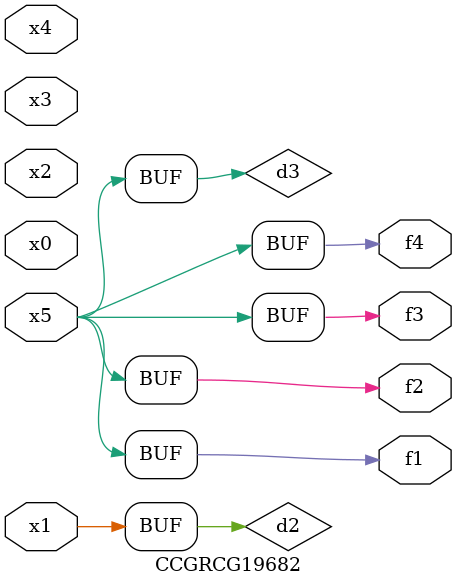
<source format=v>
module CCGRCG19682(
	input x0, x1, x2, x3, x4, x5,
	output f1, f2, f3, f4
);

	wire d1, d2, d3;

	not (d1, x5);
	or (d2, x1);
	xnor (d3, d1);
	assign f1 = d3;
	assign f2 = d3;
	assign f3 = d3;
	assign f4 = d3;
endmodule

</source>
